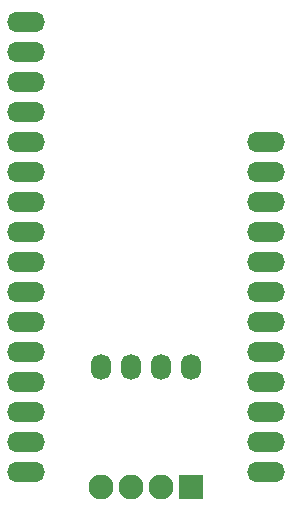
<source format=gts>
G04*
G04 #@! TF.GenerationSoftware,Altium Limited,CircuitMaker,2.2.1 (2.2.1.6)*
G04*
G04 Layer_Color=20142*
%FSLAX25Y25*%
%MOIN*%
G70*
G04*
G04 #@! TF.SameCoordinates,C44E2A56-7628-4A00-ACF1-40A52C7EA1B0*
G04*
G04*
G04 #@! TF.FilePolarity,Negative*
G04*
G01*
G75*
%ADD12O,0.06803X0.08677*%
%ADD13O,0.12614X0.06803*%
%ADD14C,0.08303*%
%ADD15R,0.08303X0.08303*%
D12*
X415000Y255000D02*
D03*
X405000D02*
D03*
X395000D02*
D03*
X385000D02*
D03*
D13*
X440000Y330000D02*
D03*
Y320000D02*
D03*
Y310000D02*
D03*
Y300000D02*
D03*
Y290000D02*
D03*
Y280000D02*
D03*
Y270000D02*
D03*
Y260000D02*
D03*
Y250000D02*
D03*
Y240000D02*
D03*
Y230000D02*
D03*
Y220000D02*
D03*
X360000D02*
D03*
Y230000D02*
D03*
Y240000D02*
D03*
Y250000D02*
D03*
Y260000D02*
D03*
Y270000D02*
D03*
Y280000D02*
D03*
Y290000D02*
D03*
Y300000D02*
D03*
Y310000D02*
D03*
Y320000D02*
D03*
Y330000D02*
D03*
Y340000D02*
D03*
Y350000D02*
D03*
Y360000D02*
D03*
Y370000D02*
D03*
D14*
X385000Y215000D02*
D03*
X395000D02*
D03*
X405000D02*
D03*
D15*
X415000D02*
D03*
M02*

</source>
